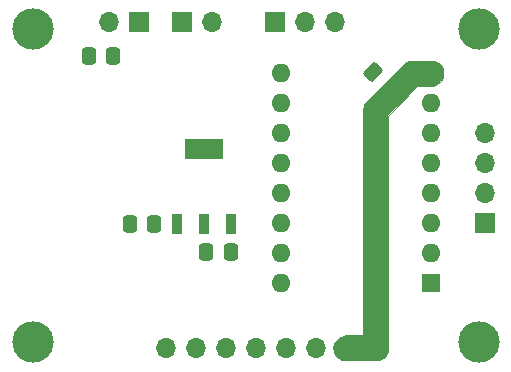
<source format=gbr>
%TF.GenerationSoftware,KiCad,Pcbnew,7.0.5*%
%TF.CreationDate,2023-07-11T15:30:59-04:00*%
%TF.ProjectId,StepperMotor_module_V2_XIAO_RP2040,53746570-7065-4724-9d6f-746f725f6d6f,rev?*%
%TF.SameCoordinates,Original*%
%TF.FileFunction,Soldermask,Bot*%
%TF.FilePolarity,Negative*%
%FSLAX46Y46*%
G04 Gerber Fmt 4.6, Leading zero omitted, Abs format (unit mm)*
G04 Created by KiCad (PCBNEW 7.0.5) date 2023-07-11 15:30:59*
%MOMM*%
%LPD*%
G01*
G04 APERTURE LIST*
G04 Aperture macros list*
%AMRoundRect*
0 Rectangle with rounded corners*
0 $1 Rounding radius*
0 $2 $3 $4 $5 $6 $7 $8 $9 X,Y pos of 4 corners*
0 Add a 4 corners polygon primitive as box body*
4,1,4,$2,$3,$4,$5,$6,$7,$8,$9,$2,$3,0*
0 Add four circle primitives for the rounded corners*
1,1,$1+$1,$2,$3*
1,1,$1+$1,$4,$5*
1,1,$1+$1,$6,$7*
1,1,$1+$1,$8,$9*
0 Add four rect primitives between the rounded corners*
20,1,$1+$1,$2,$3,$4,$5,0*
20,1,$1+$1,$4,$5,$6,$7,0*
20,1,$1+$1,$6,$7,$8,$9,0*
20,1,$1+$1,$8,$9,$2,$3,0*%
G04 Aperture macros list end*
%ADD10C,0.025400*%
%ADD11RoundRect,0.250000X0.337500X0.475000X-0.337500X0.475000X-0.337500X-0.475000X0.337500X-0.475000X0*%
%ADD12R,1.700000X1.700000*%
%ADD13O,1.700000X1.700000*%
%ADD14R,0.950000X1.750000*%
%ADD15R,3.200000X1.750000*%
%ADD16C,3.500000*%
%ADD17R,1.600000X1.600000*%
%ADD18O,1.600000X1.600000*%
%ADD19RoundRect,0.250000X0.574524X0.097227X0.097227X0.574524X-0.574524X-0.097227X-0.097227X-0.574524X0*%
G04 APERTURE END LIST*
D10*
X159200000Y-63400000D02*
X159500000Y-63800000D01*
X159500000Y-64500000D01*
X159300000Y-64900000D01*
X158700000Y-65300000D01*
X157300000Y-65300000D01*
X154800000Y-67800000D01*
X154800000Y-87700000D01*
X154600000Y-88200000D01*
X154100000Y-88500000D01*
X150800000Y-88500000D01*
X150300000Y-88100000D01*
X150200000Y-87500000D01*
X150300000Y-87000000D01*
X150700000Y-86600000D01*
X151300000Y-86400000D01*
X152700000Y-86400000D01*
X152700000Y-67400000D01*
X152800000Y-66900000D01*
X153200000Y-66400000D01*
X156300000Y-63300000D01*
X156600000Y-63200000D01*
X158800000Y-63200000D01*
X159200000Y-63400000D01*
G36*
X159200000Y-63400000D02*
G01*
X159500000Y-63800000D01*
X159500000Y-64500000D01*
X159300000Y-64900000D01*
X158700000Y-65300000D01*
X157300000Y-65300000D01*
X154800000Y-67800000D01*
X154800000Y-87700000D01*
X154600000Y-88200000D01*
X154100000Y-88500000D01*
X150800000Y-88500000D01*
X150300000Y-88100000D01*
X150200000Y-87500000D01*
X150300000Y-87000000D01*
X150700000Y-86600000D01*
X151300000Y-86400000D01*
X152700000Y-86400000D01*
X152700000Y-67400000D01*
X152800000Y-66900000D01*
X153200000Y-66400000D01*
X156300000Y-63300000D01*
X156600000Y-63200000D01*
X158800000Y-63200000D01*
X159200000Y-63400000D01*
G37*
D11*
%TO.C,C5*%
X131537500Y-62750000D03*
X129462500Y-62750000D03*
%TD*%
D12*
%TO.C,J1*%
X153780000Y-87500000D03*
D13*
X151240000Y-87500000D03*
X148700000Y-87500000D03*
X146160000Y-87500000D03*
X143620000Y-87500000D03*
X141080000Y-87500000D03*
X138540000Y-87500000D03*
X136000000Y-87500000D03*
%TD*%
D14*
%TO.C,IC1*%
X141550000Y-76950000D03*
X139250000Y-76950000D03*
X136950000Y-76950000D03*
D15*
X139250000Y-70650000D03*
%TD*%
D11*
%TO.C,C4*%
X141487500Y-79300000D03*
X139412500Y-79300000D03*
%TD*%
D12*
%TO.C,J3*%
X145260000Y-59900000D03*
D13*
X147800000Y-59900000D03*
X150340000Y-59900000D03*
%TD*%
D16*
%TO.C,H3*%
X162500000Y-87000000D03*
%TD*%
D12*
%TO.C,J7*%
X137340000Y-59900000D03*
D13*
X139880000Y-59900000D03*
%TD*%
D17*
%TO.C,A1*%
X158500000Y-82000000D03*
D18*
X158500000Y-79460000D03*
X158500000Y-76920000D03*
X158500000Y-74380000D03*
X158500000Y-71840000D03*
X158500000Y-69300000D03*
X158500000Y-66760000D03*
X158500000Y-64220000D03*
X145800000Y-64220000D03*
X145800000Y-66760000D03*
X145800000Y-69300000D03*
X145800000Y-71840000D03*
X145800000Y-74380000D03*
X145800000Y-76920000D03*
X145800000Y-79460000D03*
X145800000Y-82000000D03*
%TD*%
D12*
%TO.C,J6*%
X133700000Y-59900000D03*
D13*
X131160000Y-59900000D03*
%TD*%
D16*
%TO.C,H2*%
X124750000Y-60500000D03*
%TD*%
%TO.C,H4*%
X162500000Y-60500000D03*
%TD*%
%TO.C,H1*%
X124750000Y-87000000D03*
%TD*%
D12*
%TO.C,J4*%
X162990000Y-76920000D03*
D13*
X162990000Y-74380000D03*
X162990000Y-71840000D03*
X162990000Y-69300000D03*
%TD*%
D19*
%TO.C,C1*%
X155000000Y-65600000D03*
X153532754Y-64132754D03*
%TD*%
D11*
%TO.C,C3*%
X135025000Y-76950000D03*
X132950000Y-76950000D03*
%TD*%
M02*

</source>
